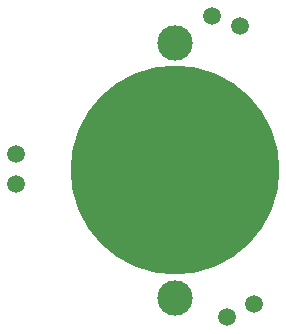
<source format=gbr>
G04 DipTrace 3.2.0.1*
G04 Bottom.gbr*
%MOIN*%
G04 #@! TF.FileFunction,Copper,L2,Bot*
G04 #@! TF.Part,Single*
G04 #@! TA.AperFunction,Conductor*
%ADD14C,0.012992*%
G04 #@! TA.AperFunction,ComponentPad*
%ADD21C,0.059055*%
%ADD28C,0.11811*%
%ADD29C,0.69685*%
G04 #@! TA.AperFunction,ViaPad*
%ADD31C,0.04*%
%FSLAX26Y26*%
G04*
G70*
G90*
G75*
G01*
G04 Bottom*
%LPD*%
X837008Y1226772D2*
D14*
Y1093701D1*
X971260Y959449D1*
X948425Y747638D2*
Y936614D1*
X971260Y959449D1*
X1197244Y1189764D2*
Y1185433D1*
X971260Y959449D1*
X689370Y802362D2*
X814173D1*
X971260Y959449D1*
X751181Y732283D2*
Y739370D1*
X971260Y959449D1*
D31*
X1197244Y1189764D3*
X689370Y802362D3*
X751181Y732283D3*
X948425Y747638D3*
X837008Y1226772D3*
D21*
X1095961Y1473791D3*
X1189929Y1439589D3*
X441732Y1015354D3*
Y915354D3*
X1235529Y514193D3*
X1145650Y470356D3*
D28*
X971260Y1384646D3*
Y534252D3*
D29*
Y959449D3*
M02*

</source>
